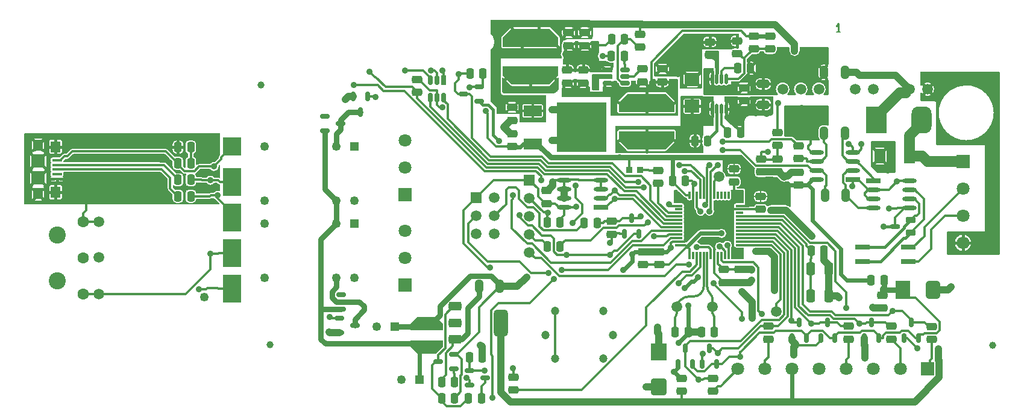
<source format=gbr>
*
G04 Job   : X:\MG\projects\L02-0101\PCB\L02-0101.pcb*
G04 User  : DESKTOP-LPE9H33:User*
G04 Layer : L02-0101_04_L1.gbr*
G04 Date  : Tue Mar 14 15:44:52 2017*
%ICAS*%
%MOIN*%
%FSLAX24Y24*%
%OFA0.0000B0.0000*%
G90*
G74*
%AMVB_RECTANGLE*
21,1,$1,$2,0,0,$3*
%
%AMVB_RCRECTANGLE*
$3=$3X2*
21,1,$1-$3,$2,0,0,0*
21,1,$1,$2-$3,0,0,0*
$1=$1/2*
$2=$2/2*
$3=$3/2*
$1=$1-$3*
$2=$2-$3*
1,1,$3X2,0-$1,0-$2*
1,1,$3X2,0-$1,$2*
1,1,$3X2,$1,$2*
1,1,$3X2,$1,0-$2*
%
%AMVB_Custom_sdr0805_pad*
4,1,6,-0.0512,-0.1535,0.0000,-0.1535,0.0512,-0.1024,0.0512,0.1024,0.0000,0.1535,-0.0512,0.1535,-0.0512,-0.1535,$1*
%
%AMVB_Custom_sdr0403_pad*
4,1,6,-0.0354,-0.0886,0.0000,-0.0886,0.0354,-0.0531,0.0354,0.0531,0.0000,0.0886,-0.0354,0.0886,-0.0354,-0.0886,$1*
%
%ADD16C,0.00591*%
%ADD14C,0.00787*%
%ADD15C,0.01181*%
%ADD13C,0.01575*%
%ADD19C,0.01772*%
%ADD17C,0.02362*%
%ADD18C,0.03150*%
%ADD70C,0.03543*%
%ADD10C,0.03937*%
%ADD68C,0.04724*%
%ADD11C,0.04921*%
%ADD12C,0.05906*%
%ADD26C,0.06299*%
%ADD42C,0.07087*%
%ADD25C,0.09449*%
%ADD53O,0.01772X0.05906*%
%ADD34O,0.07874X0.02362*%
%ADD37VB_RECTANGLE,0.03543X0.03543X270.00000*%
%ADD45VB_RECTANGLE,0.04921X0.04921X180.00000*%
%ADD44VB_RECTANGLE,0.05906X0.05906X270.00000*%
%ADD41VB_RECTANGLE,0.07087X0.07087X90.00000*%
%ADD21VB_RECTANGLE,0.07480X0.07480X270.00000*%
%ADD20VB_RECTANGLE,0.09843X0.09843X90.00000*%
%ADD67VB_RECTANGLE,0.27559X0.27559X270.00000*%
%ADD38VB_RECTANGLE,0.04331X0.01181X90.00000*%
%ADD22VB_RECTANGLE,0.05118X0.05906X0.00000*%
%ADD65VB_RECTANGLE,0.05315X0.02362X0.00000*%
%ADD72VB_RECTANGLE,0.05315X0.02362X270.00000*%
%ADD54VB_RECTANGLE,0.05906X0.01772X90.00000*%
%ADD24VB_RECTANGLE,0.06299X0.05512X270.00000*%
%ADD35VB_RECTANGLE,0.07874X0.02362X180.00000*%
%ADD50VB_RECTANGLE,0.07874X0.02756X180.00000*%
%ADD63VB_RECTANGLE,0.07874X0.06299X270.00000*%
%ADD51VB_RECTANGLE,0.07874X0.07087X180.00000*%
%ADD58VB_RECTANGLE,0.09252X0.08858X270.00000*%
%ADD66VB_RECTANGLE,0.09843X0.05906X0.00000*%
%ADD56VB_RECTANGLE,0.09843X0.07874X90.00000*%
%ADD62VB_RECTANGLE,0.14961X0.11024X90.00000*%
%ADD71VB_RECTANGLE,0.15354X0.09843X90.00000*%
%ADD46VB_Custom_sdr0403_pad,90.00000*%
%ADD47VB_Custom_sdr0403_pad,270.00000*%
%ADD31VB_Custom_sdr0805_pad,90.00000*%
%ADD30VB_Custom_sdr0805_pad,270.00000*%
%ADD36VB_RCRECTANGLE,0.03543X0.03543X0.00787*%
%ADD40VB_RCRECTANGLE,0.04331X0.01181X0.00394*%
%ADD39VB_RCRECTANGLE,0.01181X0.04331X0.00394*%
%ADD27VB_RCRECTANGLE,0.05276X0.02362X0.00787*%
%ADD29VB_RCRECTANGLE,0.02362X0.05276X0.00787*%
%ADD23VB_RCRECTANGLE,0.05512X0.01575X0.00394*%
%ADD49VB_RCRECTANGLE,0.05512X0.02362X0.00787*%
%ADD48VB_RCRECTANGLE,0.05512X0.03346X0.00787*%
%ADD28VB_RCRECTANGLE,0.05709X0.04331X0.01181*%
%ADD73VB_RCRECTANGLE,0.04331X0.05709X0.01181*%
%ADD33VB_RCRECTANGLE,0.07087X0.04724X0.01575*%
%ADD43VB_RCRECTANGLE,0.04724X0.07087X0.01575*%
%ADD60VB_RCRECTANGLE,0.07087X0.04921X0.01181*%
%ADD32VB_RCRECTANGLE,0.04921X0.07087X0.01181*%
%ADD64VB_RCRECTANGLE,0.06299X0.07874X0.01181*%
%ADD52VB_RCRECTANGLE,0.07874X0.07087X0.01181*%
%ADD57VB_RCRECTANGLE,0.08858X0.09252X0.01575*%
%ADD55VB_RCRECTANGLE,0.07874X0.09843X0.01575*%
%ADD59VB_RCRECTANGLE,0.07874X0.14961X0.01969*%
%ADD61VB_RCRECTANGLE,0.11024X0.14961X0.03937*%
G01*
G36*
X-33386Y4341D02*
G02X-33356Y4370I30D01*
G01X-33081*
Y2470*
G03X-33035Y2399I79*
G02X-33018Y2372I12J27*
X-33035Y2345I29*
G03X-33081Y2274I33J71*
G01Y1526*
G03X-33002Y1447I79*
G01X-32946*
G02X-32917Y1417J30*
X-32929Y1393I29*
G03X-32963Y1329I45J64*
G01Y738*
G03X-32884Y659I79*
G01X-32372*
G03X-32293Y738J79*
G01Y1329*
G03X-32327Y1393I79*
G02X-32339Y1417I17J24*
X-32310Y1447I29*
G01X-32254*
G03X-32175Y1526J79*
G01Y2274*
G03X-32221Y2345I79*
G02X-32238Y2372I12J27*
X-32221Y2399I29*
G03X-32175Y2470I33J71*
G01Y3219*
G03X-32254Y3297I79*
G01X-32310*
G02X-32339Y3327J30*
X-32327Y3351I29*
G03X-32293Y3415I45J64*
G01Y4006*
G03X-32372Y4085I79*
G01X-32884*
G03X-32963Y4006J79*
G01Y3415*
G03X-32929Y3351I79*
G02X-32917Y3327I17J24*
X-32946Y3297I29*
G01X-33002*
G03X-33081Y3219J78*
G01Y4370*
X-32018*
Y797*
G03X-31939Y719I79*
G01X-31388*
G03X-31309Y797J78*
G01Y1427*
G03X-31388Y1506I79*
G01X-31939*
G03X-32018Y1427J79*
G01Y3317*
G03X-31939Y3238I79*
G01X-31388*
G03X-31309Y3317J79*
G01Y3947*
G03X-31388Y4026I79*
G01X-31939*
G03X-32018Y3947J79*
G01Y4370*
X-25187*
Y3445*
G03X-24990Y3248I197*
G01X-24793*
G03X-24596Y3445J197*
G01Y3780*
G03X-24793Y3976I197*
G01X-24990*
G03X-25187Y3780J196*
G01Y4370*
X-22589*
G02X-22559Y4341J29*
G01Y3203*
G02X-22568Y3182I30*
G01X-22593Y3157*
G03X-22633Y3060I98J97*
G01Y3005*
G02X-22642Y2985I29*
G01X-22827Y2799*
G02X-22848Y2790I21J20*
X-22853J29*
G03X-22894Y2794I41J252*
X-23101Y2688J256*
G02X-23125Y2675I24J17*
G01X-23724*
G03X-23822Y2635J137*
G01X-23837Y2620*
G02X-23858Y2611I21J20*
X-23888Y2640J29*
G01Y2874*
G03X-24025Y3062I197*
G02X-24045Y3090I9J28*
G01Y3229*
G02X-24025Y3257I29*
G03X-23888Y3445I60J188*
G01Y3780*
G03X-24085Y3976I197*
G01X-24281*
G03X-24478Y3780J196*
G01Y3445*
G03X-24341Y3257I197*
G02X-24321Y3229I9J28*
G01Y3090*
G02X-24341Y3062I29*
G03X-24478Y2874I60J188*
G01Y2539*
G03X-24472Y2491I197*
G02X-24471Y2484I29J7*
X-24501Y2454I30*
X-24522Y2463J30*
G01X-24588Y2529*
G02X-24596Y2550I21J21*
G01Y2874*
G03X-24793Y3071I197*
G01X-24990*
G03X-25036Y3066J197*
G02X-25043Y3065I7J28*
X-25064Y3073J29*
G01X-25105Y3115*
G03X-25128Y3134I98J97*
G02X-25133Y3138I16J24*
G01X-25470Y3474*
G03X-25567Y3514I97J97*
G01X-30738*
G03X-30835Y3474J137*
G01X-31062Y3247*
G02X-31083Y3238I21J21*
G01X-31171*
G03X-31269Y3198J138*
G01X-31417Y3050*
G02X-31437Y3041I20J21*
G01X-31821*
G03X-31939Y2923J118*
G01Y2844*
G03X-31915Y2774I118*
G02X-31909Y2756I24J18*
X-31915Y2738I30*
G03X-31939Y2667I94J71*
G01Y2589*
G03X-31915Y2518I118*
G02X-31909Y2500I24J18*
X-31915Y2482I30*
G03X-31939Y2411I94J71*
G01Y2333*
G03X-31915Y2262I118*
G02X-31909Y2244I24J18*
X-31915Y2226I30*
G03X-31939Y2156I94J70*
G01Y2077*
G03X-31915Y2006I118*
G02X-31909Y1988I24J18*
X-31915Y1970I30*
G03X-31939Y1900I94J70*
G01Y1821*
G03X-31821Y1703I118*
G01X-31348*
G03X-31230Y1821J118*
G01Y1900*
G03X-31254Y1970I118*
G02X-31260Y1988I24J18*
X-31254Y2006I30*
G03X-31230Y2077I94J71*
G01Y2156*
G03X-31237Y2195I118*
G02X-31239Y2205I28J10*
X-31209Y2234I30*
G01X-25857*
G02X-25836Y2226J29*
G01X-25467Y1857*
G02X-25458Y1836I21J21*
G01Y1324*
G03X-25418Y1227I137*
G01X-25196Y1005*
G02X-25187Y984I21J21*
G01Y728*
G03X-24990Y531I197*
G01X-24793*
G03X-24596Y728J197*
G01Y1063*
G03X-24793Y1260I197*
G01X-24990*
G03X-25036Y1254J197*
G02X-25043I7J29*
X-25064Y1262J29*
G01X-25174Y1373*
G02X-25183Y1394I21J21*
G01Y1477*
G02X-25153Y1506I30*
X-25132Y1497J29*
G03X-24990Y1437I142J137*
G01X-24793*
G03X-24596Y1634J197*
G01Y1969*
G03X-24793Y2165I197*
G01X-24990*
G02X-25011Y2174J30*
G01X-25563Y2725*
G03X-25660Y2766I97J97*
G01X-31209*
G02X-31239Y2795J29*
X-31237Y2805I30*
G03X-31231Y2836I111J39*
G02X-31222Y2855I30J2*
G01X-31123Y2954*
G02X-31102Y2963I21J21*
G01X-31014*
G03X-30916Y3003J137*
G01X-30689Y3230*
G02X-30668Y3239I21J21*
G01X-25636*
G02X-25615Y3230J30*
G01X-25306Y2920*
G03X-25283Y2902I98J98*
G02X-25278Y2898I16J25*
G01X-25196Y2816*
G02X-25187Y2795I21J21*
G01Y2539*
G03X-24990Y2343I197*
G01X-24804*
G02X-24783Y2334J30*
G01X-24635Y2186*
G03X-24537Y2146I98J97*
G01X-24453*
G02X-24424Y2116J30*
X-24431Y2097I29*
G03X-24478Y1969I150J128*
G01Y1634*
G03X-24281Y1437I197*
G01X-24085*
G03X-23888Y1634J197*
G02X-23858Y1663I30*
G01X-23656*
G02X-23641Y1659J29*
G03X-23571Y1640I70J119*
G01X-23331*
G02X-23307Y1628J29*
G03X-23100Y1522I207J150*
X-22893Y1628J256*
G02X-22869Y1640I24J17*
G01X-22739*
G02X-22718Y1632J29*
G01X-22670Y1584*
G03X-22586Y1544I98J97*
G02X-22559Y1515I3J29*
G01Y1195*
G02X-22589Y1166I30*
X-22600Y1168J29*
G03X-22702Y1189I102J235*
X-22909Y1083J256*
G02X-22933Y1071I24J17*
G01X-23082*
G03X-23169Y1040J138*
G02X-23187Y1033I18J23*
G01X-23858*
G02X-23888Y1063J30*
G03X-24085Y1260I197*
G01X-24281*
G03X-24478Y1063J197*
G01Y728*
G03X-24281Y531I197*
G01X-24085*
G03X-23888Y728J197*
G02X-23858Y758I30*
G01X-23119*
G03X-23032Y789J138*
G02X-23014Y795I18J23*
G01X-22933*
G02X-22909Y783J29*
G03X-22820Y706I207J150*
G02X-22813Y701I14J26*
G01X-22596Y483*
G02X-22587Y463I21J20*
X-22617Y433I30*
G01X-33356*
G02X-33386Y463J30*
G01Y4341*
X-22559Y2606D02*
G03X-22589Y2636I30D01*
X-22609Y2627J30*
G01X-22633Y2604*
G03X-22641Y2583I21J21*
Y2578I29*
G02X-22638Y2538I253J40*
X-22894Y2282I256*
X-23101Y2388J256*
G03X-23125Y2400I24J18*
G01X-23655*
G03X-23676Y2391J30*
G01X-23881Y2186*
G02X-23932Y2154I98J97*
G03X-23952Y2126I10J28*
X-23943Y2105I30*
G02X-23888Y1969I142J136*
G03X-23858Y1939I30*
G01X-23594*
G02X-23524Y1920J138*
G03X-23509Y1916I15J26*
G01X-23331*
G03X-23307Y1928J30*
G02X-23100Y2034I207J150*
X-22893Y1928J256*
G03X-22869Y1916I24J18*
G01X-22669*
G02X-22603Y1899J138*
G03X-22589Y1895I14J26*
X-22559Y1925J30*
G01Y2606*
X-7618Y10620D02*
G02X-7589Y10650I29D01*
G01X-7085*
G02X-7055Y10620J30*
G01X-7047Y6643*
G03X-6880Y6476I167J1*
G01X-6781*
Y5709*
G03X-6585Y5512I196*
G01X-6250*
G03X-6053Y5709J197*
G01Y5906*
G03X-6250Y6102I197*
G01X-6585*
G03X-6781Y5906J196*
G01Y6476*
X-5846*
Y5315*
G03X-5768Y5236I78*
G01X-4783*
G03X-4705Y5315J79*
G01Y5906*
G03X-4783Y5984I78*
G01X-5768*
G03X-5846Y5906J78*
G01Y6476*
X-4557*
G02X-4528Y6447J29*
G01Y5010*
G02X-4557Y4980I29*
G01X-5974*
G02X-6004Y5010J30*
G01Y5433*
X-7234*
G02X-7264Y5463J30*
G01Y5791*
X-7610Y6149*
G02X-7618Y6169I21J20*
G01Y8968*
G02X-7604Y8994I29*
G03X-7417Y9331I211J337*
G01Y9528*
G03X-7604Y9865I398*
G02X-7618Y9890I15J25*
G01Y10620*
X-7085D02*
G02X-7055Y10650I30D01*
G01X-7008*
Y9154*
G03X-6929Y9075I79*
G01X-3858*
G03X-3780Y9154J79*
G01Y9665*
G03X-3803Y9721I78*
G01X-4314Y10233*
G03X-4370Y10256I56J56*
G01X-6417*
G03X-6473Y10233J79*
G01X-6985Y9721*
G03X-7008Y9665I56J56*
G01Y10650*
X-3652*
Y9843*
G03X-3455Y9646I197*
G01X-3120*
G03X-2923Y9843J197*
G01Y10039*
G03X-3120Y10236I197*
G01X-3455*
G03X-3652Y10039J197*
G01Y10650*
X-2766*
Y9843*
G03X-2569Y9646I197*
G01X-2234*
G03X-2037Y9843J197*
G01Y10039*
G03X-2234Y10236I197*
G01X-2569*
G03X-2766Y10039J197*
G01Y10650*
X-2150*
G02X-1949Y10448J202*
G01Y9734*
G02X-2115Y9567I166*
G01X-3393*
G03X-3661Y9298J269*
G01Y8911*
G02X-3667Y8893I30*
G03X-3720Y8737I203J156*
X-3667Y8582I256*
G02X-3661Y8564I24J18*
G01Y8533*
G02X-3691Y8504I30*
G01X-7051*
G02X-7080Y8533J29*
G01X-7085Y10620*
X-3819Y7435D02*
G03X-3848Y7465I29D01*
X-3869Y7456J30*
G01X-4314Y7011*
G02X-4370Y6988I56J56*
G01X-6417*
G02X-6473Y7011J79*
G01X-6918Y7456*
G03X-6939Y7465I21J21*
X-6969Y7435J30*
G01Y6811*
X-6968Y6695*
G03Y6693I29*
X-6842Y6575I126J9*
G01X-4188*
G03X-3819Y6944J369*
G01Y7435*
X-3661Y6863D02*
G02X-3632Y6893I29D01*
X-3619Y6890J30*
G03X-3533Y6870I86J177*
G01X-3199*
G03X-3002Y7067J197*
G01Y7264*
G03X-3018Y7341I197*
G02X-3020Y7352I28J11*
X-2990Y7382I30*
G01X-2856*
G02X-2826Y7352J30*
X-2829Y7341I30*
G03X-2844Y7264I181J77*
G01Y7067*
G03X-2648Y6870I196*
G01X-2313*
G03X-2159Y6944J197*
G02X-2136Y6956I23J18*
X-2106Y6926J30*
G01Y6673*
X-1398*
Y6927*
G02X-1368Y6957I30*
X-1360Y6955J30*
G03X-1315Y6949I45J151*
G01X-945*
G03X-787Y7106J157*
G01Y7185*
G03X-798Y7243I158*
G02X-801Y7254I27J11*
X-771Y7283I30*
G01X-676*
G02X-655Y7275J29*
G01X-591Y7210*
Y5551*
G03X-512Y5472I79*
G01X2559*
G03X2638Y5551J79*
G01Y6063*
G03X2615Y6119I79*
G01X2103Y6630*
G03X2047Y6654I56J55*
G01X0*
G03X-56Y6630J79*
G01X-567Y6119*
G03X-591Y6063I55J56*
G01Y7210*
X-520Y7140*
G02X-512Y7119I21J21*
G01Y7106*
G03X-354Y6949I158*
G01X16*
G03X173Y7106J157*
G01Y7185*
G03X162Y7243I157*
G02X160Y7254I28J11*
X190Y7283I30*
G01X413*
G02X443Y7254J29*
G01Y7126*
G03X640Y6929I197*
G01X974*
G03X1171Y7126J197*
G01Y7254*
G02X1201Y7283I30*
G01X1270*
G02X1299Y7254J29*
G01Y6831*
X1339*
Y7352*
G02X1368Y7382I29*
G01X1498*
G02X1528Y7352J30*
X1527Y7349I30*
G03X1526Y7323I195J26*
G01Y7126*
G03X1722Y6929I196*
G01X2057*
G03X2254Y7126J197*
G01Y7323*
G03X2252Y7349I197*
G02Y7352I30J3*
X2282Y7382I30*
G01X2726*
G02X2756Y7352J30*
G01Y5364*
G02X2726Y5335I30*
G01X-935*
G02X-965Y5364J29*
G01Y6378*
X-3632*
G02X-3661Y6407J29*
G01Y6863*
X-866Y7608D02*
G03X-896Y7638I30D01*
G01X-1959*
G03X-1988Y7608J30*
G01Y6781*
G03X-1959Y6752I29*
G01X-1624*
G03X-1594Y6781J29*
G01Y7382*
X-896*
G03X-866Y7411J29*
G01Y7608*
X-807Y8268D02*
G03X-837Y8297I30D01*
G01X-1024*
G02X-1165Y8357J197*
G03X-1186Y8366I21J20*
G01X-1614*
Y8488*
G03X-1620Y8506I30*
G02X-1673Y8661I203J155*
X-1620Y8817I256*
G03X-1614Y8835I24J18*
G01Y9439*
G03X-1644Y9469I30*
G01X-2035*
G03X-2065Y9439J30*
X-2061Y9425I30*
G02X-2037Y9331I173J94*
G01Y9134*
G02X-2234Y8937I197*
G01X-2569*
G02X-2766Y9134J197*
G01Y9331*
G02X-2742Y9425I197*
G03X-2738Y9439I26J14*
X-2768Y9469I30*
G01X-2921*
G03X-2951Y9439J30*
X-2947Y9425I30*
G02X-2923Y9331I173J94*
G01Y9134*
G02X-3120Y8937I197*
G01X-3455*
G02X-3540Y8957J197*
G03X-3553Y8960I13J27*
X-3583Y8930J30*
G01Y8504*
G02X-3597Y8459I78*
G03X-3602Y8442I24J17*
G01Y8195*
G03X-3573Y8166I29*
X-3568J29*
G02X-3533Y8169I35J194*
G01X-3199*
G02X-3002Y7972J197*
G01Y7785*
G03X-2972Y7756I30*
G01X-2874*
G03X-2844Y7785J29*
G01Y7972*
G02X-2648Y8169I196*
G01X-2313*
G02X-2116Y7972J197*
G01Y7785*
G03X-2087Y7756I29*
G01X-1504*
G03X-1474Y7785J29*
G01Y8012*
G02X-1396Y8091I78*
G01X-864*
G02X-844Y8088J79*
G03X-837Y8087I7J29*
X-807Y8117J30*
G01Y8268*
X-709Y4754D02*
G02X-679Y4783I30D01*
G01X-591*
Y3976*
G03X-567Y3921I79*
G01X-56Y3409*
G03X0Y3386I56J56*
G01X2047*
G03X2103Y3409J79*
G01X2615Y3921*
G03X2638Y3976I56J55*
G01Y4488*
G03X2559Y4567I79*
G01X-512*
G03X-591Y4488J79*
G01Y4783*
X2913*
Y6407*
G02X2943Y6437I30*
G01X3071*
Y5512*
G03X3150Y5433I79*
G01X3406*
Y3789*
G03X3602Y3593I196*
G01X3799*
G03X3996Y3789J196*
G01Y4124*
G03X3799Y4321I197*
G01X3602*
G03X3406Y4124J197*
G01Y5433*
X3937*
G03X4016Y5512J79*
G01Y6220*
G03X3937Y6299I79*
G01X3150*
G03X3071Y6220J79*
G01Y6437*
X4111*
G02X4128Y6432J30*
G03X4173Y6417I45J64*
G01X4715*
G02X4744Y6388J29*
G01Y6132*
G02X4715Y6102I29*
G01X4567*
G03X4488Y6024J78*
G01Y5433*
G03X4567Y5354I79*
G01X4715*
G02X4744Y5325J29*
G01Y4814*
G02X4715Y4784I29*
G01X4154*
Y4252*
G02X4148Y4235I30*
G03X4114Y4124I163J111*
G01Y3789*
G03X4148Y3678I197*
G02X4154Y3662I24J16*
G01Y3304*
G02X4124Y3274I30*
G01X82*
G03X64Y3273J236*
G02X62I2J30*
X60J30*
G03X42Y3274I18J235*
G01X-355*
G02X-366Y3276J30*
G03X-459Y3294I93J238*
X-553Y3276J256*
G02X-563Y3274I10J28*
G01X-679*
G02X-709Y3304J30*
G01Y4754*
X1437Y8236D02*
G02X1446Y8257I30D01*
G01X1526Y8337*
Y7835*
G03X1722Y7638I196*
G01X2057*
G03X2254Y7835J197*
G01Y8031*
G03X2057Y8228I197*
G01X1722*
G03X1526Y8031J197*
G01Y8337*
X3071Y9882*
Y7126*
G03X3268Y6929I197*
G01X3819*
G03X4016Y7126J197*
G01Y7598*
G03X3819Y7795I197*
G01X3268*
G03X3071Y7598J197*
G01Y9882*
X3079Y9890*
G02X3100Y9898I21J21*
G01X4163*
Y9331*
G03X4360Y9134I197*
G01X4695*
G03X4892Y9331J197*
G01Y9528*
G03X4695Y9724I197*
G01X4360*
G03X4163Y9528J196*
G01Y9898*
X6112*
G02X6142Y9869J29*
G01Y9813*
G02X6112Y9783I30*
G01X5876*
G03X5679Y9587J196*
G01Y9390*
G03X5876Y9193I197*
G01X6112*
G02X6142Y9163J30*
G01Y9104*
G02X6112Y9075I30*
G01X5876*
G03X5743Y9023J197*
G02X5724Y9016I19J22*
G01X4094*
Y6880*
G02X4065Y6850I29*
G01X2884*
G02X2854Y6880J30*
G01Y7520*
X1467*
G02X1437Y7549J29*
G01Y8236*
X4173Y7943D02*
G02X4203Y7972I30D01*
G01X4715*
G02X4744Y7943J29*
G01Y7776*
G02X4715Y7747I29*
X4706Y7748J29*
G03X4656Y7756I50J159*
X4488Y7589J167*
G01Y7175*
G03X4656Y7008I168*
X4764Y7048J167*
G02X4783Y7055I19J22*
X4803Y7048J29*
G03X4911Y7008I108J127*
X5020Y7048J167*
G02X5039Y7055I19J22*
X5059Y7048J29*
G03X5167Y7008I108J127*
X5276Y7048J167*
G02X5295Y7055I19J22*
X5314Y7048J29*
G03X5423Y7008I109J127*
X5557Y7075J167*
G02X5581Y7087I24J18*
G01X5689*
Y7215*
G02X5719Y7244I30*
G01X6053*
Y6791*
G03X6250Y6594I197*
G01X6585*
G03X6781Y6791J197*
G01Y6988*
G03X6585Y7185I196*
G01X6250*
G03X6053Y6988J197*
G01Y7244*
X6100*
G03X6198Y7284J138*
G01X6515Y7602*
G03X6534Y7626I98J97*
G02X6559Y7639I25J16*
X6574Y7635J29*
G03X6673Y7608I99J170*
G01X6870*
G03X7047Y7719J197*
G01Y7028*
G03X7283Y6791I236*
G01X7677*
G03X7913Y7028J237*
G01Y7185*
G03X7677Y7421I236*
G01X7283*
G03X7047Y7185J236*
G01Y7719*
G03X7067Y7805I177J86*
G01Y8140*
G03X6870Y8337I197*
G01X6673*
G03X6596Y8321J197*
G02X6585Y8319I11J27*
X6555Y8348J29*
G01Y8457*
G02X6564Y8477I30*
G01X6716Y8630*
G02X6719Y8632I21J21*
G03X6734Y8645I83J110*
G01X6840Y8751*
G02X6861Y8760I21J21*
G01X7116*
G03X7304Y8897J197*
G02X7332Y8917I28J9*
G01X7471*
G02X7499Y8897J29*
G03X7687Y8760I188J60*
G01X8022*
G03X8219Y8957J197*
G01Y9104*
G02X8248Y9134I29*
G01X8902*
G02X8932Y9104J30*
G01Y8924*
G03X9207Y8648I275*
X9483Y8924J276*
G01Y9104*
G02X9513Y9134I30*
G01X11053*
G02X11083Y9104J30*
G01Y8170*
G02X11053Y8140I30*
X11039Y8144J30*
G03X10925Y8173I114J207*
G01X10768*
G03X10531Y7937J236*
G01Y7543*
G03X10768Y7307I237*
G01X10925*
G03X11039Y7336J236*
G02X11053Y7340I14J26*
X11083Y7310J30*
G01Y6526*
G02X11053Y6496I30*
G01X10832*
G02X10803Y6526J30*
X10812Y6547I29*
G03X10925Y6815I261J268*
X10551Y7189I374*
X10177Y6815J374*
X10290Y6547I374*
G02X10299Y6526I20J21*
X10270Y6496I29*
G01X9832*
G02X9803Y6526J30*
X9812Y6547I29*
G03X9925Y6815I261J268*
X9551Y7189I374*
X9177Y6815J374*
X9290Y6547I374*
G02X9299Y6526I20J21*
X9270Y6496I29*
G01X8832*
G02X8803Y6526J30*
X8812Y6547I29*
G03X8925Y6815I261J268*
X8551Y7189I374*
X8177Y6815J374*
X8290Y6547I374*
G02X8299Y6526I20J21*
X8270Y6496I29*
G01X4203*
G02X4173Y6526J30*
G01Y7943*
X5020Y8907D02*
G03X4990Y8937I30D01*
G01X4328*
G03X4313Y8933J30*
X4232Y8790I86J143*
G01Y8650*
G03X4397Y8485I166*
G01X4617Y8484*
G02X4761Y8417J186*
G01X4774Y8401*
G02X4803Y8321I96J80*
G01Y8035*
G03X4809Y8018I30*
G02X4823Y7972I65J46*
G01Y7195*
G03X4852Y7165I29*
G01X4970*
G03X5000Y7195J30*
G01Y7589*
G02X5017Y7662I167*
G03X5020Y7674I27J12*
G01Y8907*
X5236Y3159D02*
G02X5266Y3189I30D01*
G01X5502*
Y2303*
G03X5699Y2106I197*
G01X6033*
G03X6230Y2303J197*
G01Y2500*
G03X6033Y2697I197*
G01X5699*
G03X5502Y2500J197*
G01Y3189*
X6254*
G02X6274Y3180J30*
G01X6954Y2501*
G03X6969Y2488I97J97*
G01Y778*
G03X7165Y581I196*
G01X7500*
G03X7697Y778J197*
G01Y974*
G03X7500Y1171I197*
G01X7165*
G03X6969Y974J197*
G01Y2488*
G03X7002Y2470I82J110*
G02X7021Y2442I10J28*
X7018Y2429I29*
G03X6998Y2343I177J86*
G01Y2146*
G03X7195Y1949I197*
G01X7530*
G03X7610Y1966J197*
G02X7622Y1969I12J27*
G01X8008*
G02X8020Y1966J30*
G03X8100Y1949I80J180*
G01X8230*
G02X8251Y1940J30*
G01X8421Y1770*
G03X8616Y1689I195J195*
G01X8634*
G03X8768Y1724J276*
G02X8782Y1727I14J26*
G01X8825*
G03X8838Y1728J276*
G01X8840*
G02X8858Y1722J30*
G01X8985Y1623*
G02X8996Y1600I18J23*
G01Y325*
G02X8967Y295I29*
G01X8956*
G02X8935Y304J30*
G01X8920Y319*
G03X8725Y400I195J195*
G01X7894*
G03X7723Y340J276*
G02X7704Y333I19J23*
X7678Y350J30*
G03X7500Y463I178J84*
G01X7165*
G03X6978Y326J197*
G02X6950Y305I28J9*
G01X6506*
G02X6476Y335J30*
G01Y1240*
G03X6398Y1319I78*
G01X6033*
G02X6004Y1348J29*
G01Y1368*
G02X6033Y1398I29*
G03X6230Y1594J196*
G01Y1791*
G03X6033Y1988I197*
G01X5420*
G02X5391Y2014J30*
G03X5248Y2265I371J45*
G02X5236Y2288I18J23*
G01Y3159*
X5335Y6342D02*
G02X5348Y6401I134D01*
X5375Y6417I27J13*
G01X6051*
G02X6081Y6388J29*
X6077Y6374I30*
G03X6053Y6280I173J94*
G01Y6083*
G03X6250Y5886I197*
G01X6585*
G03X6781Y6083J197*
G01Y6280*
G03X6758Y6374I196*
G02X6754Y6388I25J14*
X6783Y6417I29*
G01X7047*
Y5886*
G03X7283Y5650I236*
G01X7677*
G03X7913Y5886J236*
G01Y6043*
G03X7677Y6280I236*
G01X7283*
G03X7047Y6043J237*
G01Y6417*
X7991*
G02X8018Y6401J29*
X8031Y6342I121J59*
G01Y5489*
G02X7897Y5354I134*
G01X6770*
G03X6437Y5021J333*
G01Y4805*
G02X6407Y4775I30*
X6396Y4778J30*
G03X6319Y4793I77J182*
G01X6122*
G03X5943Y4678J197*
G02X5916Y4661I27J12*
X5896Y4669J29*
G01X5344Y5188*
G02X5335Y5210I20J22*
G01Y5334*
G02X5364Y5363I29*
X5373Y5362J29*
G03X5423Y5354I50J160*
X5591Y5522J168*
G01Y5935*
G03X5423Y6102I168*
X5373Y6095J167*
G02X5364Y6093I9J28*
X5335Y6123J30*
G01Y6342*
X6398Y1211D02*
G03X6368Y1240I30D01*
G01X5706*
G03X5676Y1211J29*
X5681Y1195I30*
G02X5699Y1132I100J63*
G01Y778*
G02X5581Y659I118*
G01X5541*
G02X5478Y678J119*
G03X5463Y682I15J25*
X5447Y678J29*
G02X5384Y659I63J100*
G01X5344*
G02X5281Y678J119*
G03X5266Y682I15J25*
X5250Y678J29*
G02X5187Y659I63J100*
G01X5148*
G02X5085Y678J119*
G03X5069Y682I16J25*
X5053Y678J29*
G02X4990Y659I63J100*
G01X4951*
G02X4888Y678J119*
G03X4872Y682I16J25*
X4856Y678J29*
G02X4793Y659I63J100*
G01X4754*
G02X4746Y660J119*
G01X4744*
G03X4715Y630J30*
G01Y233*
G03X4720Y215I29*
G02X4769Y65I207J150*
X4513Y-191I256*
X4288Y-57J256*
G03X4262Y-42I26J14*
X4236Y-58J29*
G02X4008Y-198I228J116*
X3752Y58J256*
X3755Y99I256*
G03X3756Y103I29J4*
X3747Y124I30*
G01X3692Y180*
G02X3652Y277I97J97*
G01Y630*
G03X3622Y660I30*
G01X3620*
G02X3612Y659I8J118*
G01X3573*
G02X3510Y678J119*
G03X3494Y682I16J25*
X3478Y678J29*
G02X3415Y659I63J100*
G01X3376*
G02X3258Y778J119*
G01Y787*
G03X3228Y817I30*
G01X3189*
G02X3092Y857J138*
G01X2717Y1232*
G03X2696Y1240I21J21*
G01X2569*
G03X2539Y1211J29*
G01Y531*
G03X2569Y502I30*
G01X2982*
G02X3100Y384J118*
G01Y344*
G02X3082Y281I118*
G03X3078Y266I25J15*
X3082Y250I29*
G02X3100Y187I100J63*
G01Y148*
G02X3082Y85I118*
G03X3078Y69I25J16*
X3082Y53I29*
G02X3100Y-10I100J63*
G01Y-49*
G02X3082Y-112I118*
G03X3078Y-128I25J16*
X3082Y-144I29*
G02X3100Y-207I100J63*
G01Y-246*
G02X3082Y-309I118*
G03X3078Y-325I25J16*
X3082Y-341I29*
G02X3100Y-404I100J63*
G01Y-443*
G02X3082Y-506I118*
G03X3078Y-522I25J16*
X3082Y-537I29*
G02X3100Y-600I100J63*
G01Y-640*
G02X3082Y-703I118*
G03X3078Y-719I25J16*
X3082Y-734I29*
G02X3100Y-797I100J63*
G01Y-837*
G02X3082Y-900I118*
G03X3078Y-915I25J15*
X3082Y-931I29*
G02X3100Y-994I100J63*
G01Y-1033*
G02X3082Y-1096I118*
G03X3078Y-1112I25J16*
X3082Y-1128I29*
G02X3100Y-1191I100J63*
G01Y-1230*
G02X3082Y-1293I118*
G03X3078Y-1309I25J16*
X3082Y-1325I29*
G02X3100Y-1388I100J63*
G01Y-1427*
G02X3082Y-1490I118*
G03X3078Y-1506I25J16*
X3082Y-1522I29*
G02X3100Y-1585I100J63*
G01Y-1624*
G02Y-1632I118*
G01Y-1634*
G03X3130Y-1663I30*
G01X3168*
G02X3199Y-1667J138*
G03X3206Y-1668I7J29*
X3227Y-1659J30*
G01X3864Y-1022*
G02X4003Y-964I139J139*
G01X5004*
G03X5021Y-958J29*
G02X5177Y-905I156J203*
X5433Y-1161J256*
X5177Y-1417I256*
X5021Y-1364J256*
G03X5004Y-1358I17J23*
G01X4097*
G03X4076Y-1366J29*
G01X3829Y-1613*
G03X3821Y-1634I21J21*
X3845Y-1663I29*
G02X4002Y-1764I50J251*
G03X4026Y-1776I24J18*
G01X4453*
G02X4551Y-1816J138*
G01X4674Y-1940*
G02X4715Y-2037I97J97*
G01Y-2067*
G03X4744Y-2097I29*
G01X4746*
G02X4754Y-2096I8J118*
G01X4793*
G02X4831Y-2103J119*
G03X4840Y-2104I9J28*
X4870Y-2075J29*
X4863Y-2056I30*
G02X4806Y-1895I199J161*
X5062Y-1639I256*
X5223Y-1696J256*
G03X5241Y-1703I18J23*
X5267Y-1688J30*
G02X5488Y-1561I221J129*
X5744Y-1817J256*
X5703Y-1955I256*
G03X5699Y-1971I25J16*
G01Y-2569*
G03X5728Y-2598I29*
G01X6368*
G03X6398Y-2569J29*
G01Y-1969*
G03X6368Y-1939I30*
G01X5974*
G02X5856Y-1821J118*
G01Y-1781*
G02X5874Y-1719I118*
G03X5879Y-1703I24J16*
X5874Y-1687I29*
G02X5856Y-1624I100J63*
G01Y-1585*
G02X5874Y-1522I118*
G03X5879Y-1506I24J16*
X5874Y-1490I29*
G02X5856Y-1427I100J63*
G01Y-1388*
G02X5874Y-1325I118*
G03X5879Y-1309I24J16*
X5874Y-1293I29*
G02X5856Y-1230I100J63*
G01Y-1191*
G02X5874Y-1128I118*
G03X5879Y-1112I24J16*
X5874Y-1096I29*
G02X5856Y-1033I100J63*
G01Y-994*
G02X5874Y-931I118*
G03X5879Y-915I24J16*
X5874Y-900I29*
G02X5856Y-837I100J63*
G01Y-797*
G02X5874Y-734I118*
G03X5879Y-719I24J15*
X5874Y-703I29*
G02X5856Y-640I100J63*
G01Y-600*
G02X5874Y-537I118*
G03X5879Y-522I24J15*
X5874Y-506I29*
G02X5856Y-443I100J63*
G01Y-404*
G02X5874Y-341I118*
G03X5879Y-325I24J16*
X5874Y-309I29*
G02X5856Y-246I100J63*
G01Y-207*
G02X5874Y-144I118*
G03X5879Y-128I24J16*
X5874Y-112I29*
G02X5856Y-49I100J63*
G01Y-10*
G02X5874Y53I118*
G03X5879Y69I24J16*
X5874Y85I29*
G02X5856Y148I100J63*
G01Y187*
G02X5874Y250I118*
G03X5879Y266I24J16*
X5874Y281I29*
G02X5856Y344I100J63*
G01Y384*
G02X5974Y502I118*
G01X6368*
G03X6398Y531J29*
G01Y1211*
X11083Y5876D02*
G03X11053Y5906I30D01*
G01X8671*
G03X8642Y5876J30*
G01Y4222*
G03X8671Y4193I29*
G01X9041*
G02X9139Y4153J138*
G01X9306Y3985*
G03X9327Y3976I21J21*
G01X10579*
G03X10608Y4006J30*
X10600Y4027I29*
G02X10531Y4193I168J166*
G01Y4587*
G02X10768Y4823I237*
G01X10925*
G02X11039Y4794J236*
G03X11053Y4790I14J26*
X11083Y4820J30*
G01Y5876*
X13445Y3925D02*
G02X13454Y3946I29D01*
G01X13456Y3948*
G02X13477Y3957I21J21*
G01X13524*
Y2835*
G03X13720Y2638I196*
G01X14114*
G03X14311Y2835J197*
G01Y3386*
G03X14114Y3583I197*
G01X13720*
G03X13524Y3386J197*
G01Y3957*
X14754*
G02X14783Y3927J30*
G01Y2215*
G02X14754Y2185I29*
G01X13792*
G02X13771Y2194J30*
G01X13454Y2511*
G02X13445Y2532I20J21*
G01Y3925*
X17047Y6089D02*
G02X17067Y6133I59D01*
G03X17104Y6176I172J189*
G02X17153Y6201I49J34*
G01X17257*
G02X17317Y6142J59*
X17312Y6118I60*
G03X17185Y5512I1389J606*
X18701Y3996I1516*
X20217Y5512J1516*
X18701Y7028I1516*
X17791Y6724J1516*
G02X17756Y6713I35J48*
X17697Y6772J59*
G01Y7736*
G02X17756Y7795I59*
G01X20512*
G02X20571Y7736J59*
G01Y-2303*
G02X20512Y-2362I59*
G01X17677*
G02X17618Y-2303J59*
G01Y-1102*
G02X17677Y-1043I59*
G01X18071*
Y-1685*
G03X18524Y-2138I453*
X18976Y-1685J453*
X18524Y-1232I452*
X18071Y-1685J453*
G01Y-1043*
X19724*
X19739Y3701*
X17106*
G02X17047Y3760J59*
G01Y6089*
X17756Y7766D02*
G03X17726Y7795I30D01*
G01X16211*
G03X16181Y7766J29*
G01Y7033*
G03X16211Y7004I30*
X16236Y7018J29*
G02X16551Y7191I315J201*
X16925Y6817J374*
X16551Y6443I374*
X16236Y6616J374*
G03X16211Y6630I25J16*
X16181Y6600J30*
G01Y6171*
G03X16211Y6142I30*
G01X17303*
G03X17330Y6159J29*
G02X17745Y6688I1371J647*
G03X17756Y6711I19J23*
G01Y7766*
G37*
G54D10*
X-20315Y7047D03*
X-19803Y-7323D03*
X-15984Y-6654D02*
X-16512D01*
X-16534Y-6631*
X-15197Y6417D02*
X-15453D01*
X-15628Y6243*
X-8071Y-8031D02*
Y-7433D01*
X-8153Y-7351*
X-7087Y-4094D02*
X-6137D01*
X-5616Y-3573*
X-6866Y4719D02*
X-6855D01*
X-6486Y4350*
X-6417*
X-6866Y4719D02*
X-6871D01*
X-6417Y5098D02*
X-6486D01*
X-6866Y4719*
X-4184Y1674D02*
X-4160Y1651D01*
Y1480*
X-4439Y1201*
X-4508*
X-3524Y1276D02*
Y772D01*
X-2559Y4705D02*
X-3535Y5681D01*
X-4198*
X-2559Y4705D02*
X-3286Y3978D01*
X-4194*
X783Y10383D02*
X767Y10400D01*
X-1982*
X999Y-9646D02*
X1713D01*
X1642Y-6348D02*
Y-6662D01*
X1713Y-6733*
Y-7717*
X1722Y-2175D02*
X817D01*
X2971Y-10473D02*
X9063D01*
X2971D02*
X-6511D01*
X-7047Y-9937*
Y-6102*
X4065Y-6624D02*
X3317D01*
X6171Y-3868D02*
X6715D01*
X6829Y-3754*
X6171Y-3868D02*
X5285D01*
X6295Y-4385D02*
X6864Y-4954D01*
Y-5857*
X6843Y-3182D02*
X6820Y-3159D01*
X6171*
X7056Y-2160D02*
X7798D01*
X8096Y-2459*
Y-4316*
X7894Y124D02*
X8725D01*
X9087Y-238*
X8268Y2244D02*
X7362D01*
X8268D02*
X8337D01*
X8616Y1965*
X8634*
X8672Y2003*
X8825*
Y2027*
X9022Y2224*
X9445*
X9063Y-10473D02*
X15849D01*
X17193Y-9130*
Y-8193*
X17172Y-8172*
Y-7553*
X9087Y-238D02*
X9857Y-1008D01*
X10178Y-1328*
X9207Y8924D02*
Y9312D01*
X8136Y10383*
X783*
X9267Y-7350D02*
Y-7287D01*
X9075Y-7094*
Y-6949*
X9267Y-7350D02*
X9166Y-7451D01*
Y-7870*
X10827Y-2126D02*
Y-2648D01*
X11091Y-2912*
Y-3110*
Y-4606*
X11678Y-4728D02*
X11557Y-4606D01*
X11091*
X13071Y-6949D02*
Y-7350D01*
X13087Y-7366*
Y-8051*
X14075Y-5295D02*
X13564D01*
X13527Y-5258*
X15354Y6620D02*
X15551Y6817D01*
X14794Y7574*
X12784*
X12618Y7740*
X11988*
X17867Y-4107D02*
X17703Y-4272D01*
X16850*
X20157Y-7362D03*
G54D11*
X-23425Y-4685D03*
X-20098Y-3622D03*
Y-630D03*
Y650D03*
Y3642D03*
X-16122Y-3622D03*
Y-630D03*
Y650D03*
Y3642D03*
X-15138Y-3622D03*
Y650D03*
X-13886Y-6319D03*
X-12528Y-9252D03*
G54D12*
X-29252Y-4528D03*
Y-2480D03*
Y-512D03*
X-8386Y-1173D03*
Y-173D03*
X-7386Y-1173D03*
Y-173D03*
Y827D03*
X-5453Y-2209D03*
Y-1209D03*
Y-209D03*
Y791D03*
X2707Y-5207D03*
X4675D03*
X5020Y1969D03*
X8209Y-5472D03*
X8551Y6815D03*
X9551D03*
X10551D03*
X12551Y6817D03*
X13551D03*
X15354Y6620D02*
X15026D01*
X13720Y5315*
Y5118*
X15551Y6817D03*
X15571Y3110D02*
X16260D01*
X16555Y2815*
X18524*
X15571Y3110D02*
Y4252D01*
X16240Y4921*
Y5118*
X16551Y6817D03*
G54D13*
X-32923Y1604D02*
X-33079Y1449D01*
X-32923Y2195D02*
X-33079Y2350D01*
X-32923Y2549D02*
X-33079Y2394D01*
X-32923Y3140D02*
X-33079Y3295D01*
X-32805Y817D02*
X-32960Y662D01*
X-32805Y1250D02*
X-32992Y1314D01*
X-32805Y3494D02*
X-32992Y3430D01*
X-32805Y3927D02*
X-32960Y4082D01*
X-32451Y817D02*
X-32295Y662D01*
X-32451Y1250D02*
X-32264Y1314D01*
X-32451Y3494D02*
X-32264Y3430D01*
X-32451Y3927D02*
X-32295Y4082D01*
X-32333Y1604D02*
X-32177Y1449D01*
X-32333Y2195D02*
X-32177Y2350D01*
X-32333Y2549D02*
X-32177Y2394D01*
X-32333Y3140D02*
X-32177Y3295D01*
X-31860Y1112D02*
X-32047D01*
X-31860Y3632D02*
X-32047D01*
X-31781Y1860D02*
X-31969D01*
X-31663Y876D02*
Y689D01*
Y1348D02*
Y1535D01*
Y3396D02*
Y3209D01*
Y3868D02*
Y4055D01*
X-31585Y1860D02*
Y1673D01*
X-31467Y1112D02*
X-31280D01*
X-31467Y3632D02*
X-31280D01*
X-31388Y1860D02*
X-31201D01*
X-24990Y3612D02*
X-25217D01*
X-24892Y3445D02*
Y3219D01*
Y3780D02*
Y4006D01*
X-24793Y3612D02*
X-24567D01*
X-7136Y3957D02*
X-7454Y4274D01*
Y5675*
X-7733Y5955*
X-8022*
X-8228Y6161*
X-6756Y7405D02*
X-6832Y7329D01*
X-6375Y10074D02*
X-6459Y10277D01*
X-5854Y9154D02*
Y9045D01*
X-5394Y7067D02*
Y6959D01*
X-4933Y10177D02*
Y10285D01*
X-4032Y7405D02*
X-3955Y7329D01*
X-3937Y9232D02*
X-3782Y9077D01*
X-3533Y7067D02*
X-3555Y6842D01*
X-3455Y9134D02*
X-3476Y8908D01*
X-3455Y9843D02*
X-3615Y9682D01*
X-3455Y10039D02*
X-3615Y10199D01*
X-3366Y7972D02*
Y8199D01*
X-3199Y7067D02*
X-3039Y6907D01*
X-3199Y7264D02*
X-2973Y7281D01*
X-3199Y7874D02*
X-2972D01*
X-3120Y9134D02*
X-2960Y8974D01*
X-3120Y9331D02*
X-2895Y9356D01*
X-3120Y9843D02*
X-2960Y9682D01*
X-3120Y10039D02*
X-2960Y10199D01*
X-2648Y7067D02*
X-2808Y6907D01*
X-2648Y7264D02*
X-2873Y7281D01*
X-2648Y7874D02*
X-2874D01*
X-2569Y9134D02*
X-2729Y8974D01*
X-2569Y9331D02*
X-2794Y9356D01*
X-2569Y9843D02*
X-2729Y9682D01*
X-2569Y10039D02*
X-2729Y10199D01*
X-2480Y7972D02*
Y8199D01*
X-2313Y7067D02*
X-2251Y6849D01*
X-2313Y7874D02*
X-2087D01*
X-2234Y9134D02*
X-2074Y8974D01*
X-2234Y9331D02*
X-2009Y9356D01*
X-2234Y9843D02*
X-2074Y9682D01*
X-2234Y10039D02*
X-2074Y10199D01*
X-1317Y7854D02*
X-1504Y7844D01*
X-1317Y7933D02*
X-1472Y8088D01*
X-1315Y7106D02*
X-1317Y6919D01*
X-945Y7106D02*
X-813Y6974D01*
X-945Y7185D02*
X-758Y7193D01*
X-943Y7933D02*
X-907Y8120D01*
X-409Y4019D02*
X-612Y3935D01*
X-409Y6020D02*
X-612Y6104D01*
X640Y7126D02*
X480Y6966D01*
X974Y7126D02*
X1134Y6966D01*
X1024Y3465D02*
Y3356D01*
Y4488D02*
Y4596D01*
Y5551D02*
Y5443D01*
Y6575D02*
Y6683D01*
X1722Y7224D02*
X1496D01*
X1722Y7835D02*
X1562Y7675D01*
X1722Y8031D02*
X1562Y8192D01*
X1890Y7126D02*
Y6900D01*
X2057Y7224D02*
X2283D01*
X2057Y7835D02*
X2217Y7675D01*
X2057Y8031D02*
X2217Y8192D01*
X2456Y4019D02*
X2659Y3935D01*
X2456Y6020D02*
X2659Y6104D01*
X3228Y5866D02*
X3041D01*
X3268Y7126D02*
X3108Y6966D01*
X3268Y7598D02*
X3108Y7758D01*
X3543Y5591D02*
Y5404D01*
Y6142D02*
Y6329D01*
X3602Y3957D02*
X3376D01*
X3701Y3789D02*
Y3563D01*
Y4124D02*
Y4350D01*
X3799Y3957D02*
X4026D01*
X3819Y7126D02*
X3979Y6966D01*
X3819Y7598D02*
X3979Y7758D01*
X3858Y5866D02*
X4045D01*
X4360Y9429D02*
X4134D01*
X4409Y3957D02*
Y4026D01*
X4911Y4528*
Y5728*
X4528Y9331D02*
Y9104D01*
Y9528D02*
Y9754D01*
X4646Y5728D02*
X4459D01*
X4656Y5512D02*
Y5325D01*
Y5945D02*
Y6132D01*
Y7175D02*
Y6978D01*
Y7382D02*
X4459D01*
X4656Y7589D02*
Y7785D01*
X4695Y9429D02*
X4921D01*
X5423Y5522D02*
Y5325D01*
Y5728D02*
X5620D01*
X5423Y5935D02*
Y6132D01*
X5876Y9488D02*
X5650D01*
X6043Y9390D02*
Y9163D01*
Y9587D02*
Y9813D01*
X6122Y4596D02*
X5962Y4757D01*
X6250Y6083D02*
X6090Y5923D01*
X6250Y6280D02*
X6025Y6305D01*
X6250Y6791D02*
X6090Y6631D01*
X6250Y6988D02*
X6047Y7089D01*
X6319Y4596D02*
X6336Y4822D01*
X6585Y6083D02*
X6745Y5923D01*
X6585Y6280D02*
X6810Y6305D01*
X6585Y6791D02*
X6745Y6631D01*
X6585Y6988D02*
X6745Y7148D01*
X6673Y7805D02*
X6638Y7581D01*
X6673Y8140D02*
X6656Y8366D01*
X6870Y7805D02*
X7030Y7645D01*
X6870Y8140D02*
X7030Y8300D01*
X7283Y5965D02*
X7018D01*
X7283Y7106D02*
X7018D01*
X7480Y5886D02*
Y5620D01*
Y6043D02*
Y6309D01*
Y7028D02*
Y6762D01*
Y7185D02*
Y7451D01*
X7677Y5965D02*
X7943D01*
X7677Y7106D02*
X7943D01*
X10768Y7543D02*
X10580Y7355D01*
X10768Y7937D02*
X10580Y8125D01*
X10925Y7543D02*
X10960Y7280D01*
X10925Y7937D02*
X10960Y8200D01*
X13720Y2835D02*
X13560Y2675D01*
X13720Y3386D02*
X13560Y3546D01*
X14114Y2835D02*
X14274Y2675D01*
X14114Y3386D02*
X14274Y3546D01*
X16551Y6817D02*
X16837Y7102D01*
X16551Y6817D02*
X16299Y7132D01*
X16551Y6817D02*
X16837Y6532D01*
X16551Y6817D02*
X16299Y6502D01*
X16895Y6322D02*
X17131Y6114D01*
X18524Y-1685D02*
Y-2197D01*
Y-1685D02*
X18012D01*
X18524D02*
X19035D01*
X18524D02*
Y-1173D01*
G54D14*
X5699Y2402D02*
X5472D01*
X5866Y2303D02*
Y2077D01*
Y2500D02*
Y2726D01*
X6033Y2402D02*
X6260D01*
X7165Y876D02*
X6939D01*
X7333Y778D02*
Y551D01*
Y974D02*
Y1201D01*
X7500Y876D02*
X7726D01*
G54D15*
X-31663Y1112D02*
Y1565D01*
X-31585Y1644*
Y1860*
Y2884D02*
X-31388D01*
X-31171Y3100*
X-31014*
X-30738Y3377*
X-25567*
X-25208Y3018*
X-25203*
X-24892Y2707*
X-30128Y-4510D02*
X-30110Y-4528D01*
X-29252*
X-29971Y658D02*
X-29970Y657D01*
Y110*
X-30128Y-48*
Y-510*
X-29252Y-512D02*
X-30126D01*
X-30128Y-510*
X-24892Y896D02*
X-25321Y1324D01*
Y1905*
X-25788Y2372*
X-31585*
X-24892Y1801D02*
Y1860D01*
X-25660Y2628*
X-31585*
X-24892Y2707D02*
Y2638D01*
X-24537Y2283*
X-23979*
X-23724Y2538*
X-22894*
X-24183Y896D02*
X-23119D01*
X-23082Y933*
X-22741*
X-24183Y3612D02*
Y2707D01*
X-23100Y1778D02*
X-22669D01*
X-22572Y1681*
X-21906*
X-23100Y1778D02*
X-23571D01*
X-23594Y1801*
X-24183*
X-23088Y-2272D02*
Y-3138D01*
X-24477Y-4528*
X-29252*
X-22741Y933D02*
X-22702D01*
X-21906Y-4224D02*
X-22661D01*
X-22702Y-4183*
X-23257*
X-23325Y-4251*
X-23739*
X-21906Y-2256D02*
X-22646D01*
X-22662Y-2272*
X-23088*
X-21906Y-287D02*
Y-12D01*
X-22741Y824*
Y933*
X-21906Y3650D02*
X-22495Y3060D01*
Y2936*
X-22894Y2538*
X-15984Y-5866D02*
X-16410D01*
X-16500Y-5776*
X-14409Y6417D02*
X-13987D01*
X-13955Y6385*
X-14310Y7796D02*
X-13996Y7481D01*
X-13956*
X-13408Y6933*
X-11933*
X-11654Y6654*
X-12341Y7854D02*
X-11342D01*
X-10935Y7447*
Y7301*
X-11654Y6654D02*
Y6304D01*
X-7844Y2494*
X-5009*
X-4639Y2123*
X-1172*
X-215Y1167*
X453*
X2043Y-423*
X2805*
X-10935Y6341D02*
Y5864D01*
X-7764Y2693*
X-4924*
X-4552Y2321*
X-1070*
X-130Y1381*
X880*
X-10561Y6341D02*
Y6742D01*
X-10965*
X-11585Y7362*
X-11654*
X-10561Y6341D02*
Y5939D01*
X-10433Y5811*
X-10285*
X-10561Y7301D02*
Y7703D01*
X-10711Y7853*
X-10896*
X-10492Y-8248D02*
X-10638D01*
X-10830Y-8441*
Y-9760*
X-10315Y-10276*
Y-9370D02*
Y-9225D01*
X-10074Y-8984*
Y-7770*
X-9695Y-7392*
Y-7008*
X-9567*
X-10267Y7854D02*
X-10187Y7774D01*
Y7301*
Y6341D02*
Y6195D01*
X-9970Y5978*
Y5178*
X-7686Y2894*
X-4845*
X-4474Y2523*
X-990*
X-164Y1697*
X178*
X179Y1696*
X559*
X-9606Y-9370D02*
Y-8917D01*
X-9626Y-8898*
Y-8642*
X-9567Y-5197D02*
X-9675D01*
X-10115Y-5636*
Y-7516*
X-10492Y-7894*
Y-8248*
X-9480Y-7854D02*
X-9213Y-8122D01*
Y-8986*
X-9252Y-9025*
Y-9852*
Y-9853*
Y-9922*
X-9606Y-10276*
X-9480Y-7854D02*
X-9626D01*
X-9367Y7634D02*
Y7649D01*
X-9365*
X-9336Y7677*
X-8740*
X-9094Y6555D02*
X-9417D01*
X-9575Y6713*
Y7151*
X-9367Y7359*
Y7634*
X-8819Y-10276D02*
X-9253Y-10709D01*
X-10047*
X-10315Y-10442*
Y-10276*
X-8760Y-9547D02*
Y-9291D01*
X-8896Y-9156*
X-8937*
X-8760Y-8760D02*
Y-8474D01*
X-8780Y-8455*
Y-8031*
X-8386Y-173D02*
X-8841Y-629D01*
Y-1640*
X-7753Y-2728*
X-5988*
X-5355Y-3360*
X-4397*
X-8386Y827D02*
X-8779Y434D01*
X-8781*
X-9093Y122*
Y-1709*
X-7759Y-3043*
X-7632*
X-8228Y6949D02*
X-8031D01*
Y7677*
X-8228Y6949D02*
X-8738D01*
X-8757Y6929*
X-7927Y-8757D02*
X-8299D01*
X-8302Y-8760*
X-8760*
X-7894Y-9154D02*
Y-9409D01*
X-8110Y-9626*
Y-10276*
X-7879Y5617D02*
X-7760Y5498D01*
Y4105*
X-7296Y3642*
X-7115*
X-6417*
X-7494Y-10247D02*
Y-9802D01*
X-7492Y-9800*
Y-9573*
Y-7952*
X-7579Y-7865*
Y-5413*
X-7171Y-5005*
X-5430*
X-4098Y-3674*
X-7087Y-4094D02*
X-8241Y-5249D01*
Y-6615*
X-9480Y-7854*
X-6585Y5709D02*
X-6745Y5549D01*
X-6585Y5906D02*
X-6745Y6066D01*
X-6339Y-9823D02*
X-2574D01*
X1012Y-6236*
Y-5243*
X2986Y-3269*
X3419*
X3789Y-2898*
Y-2392*
X-6339Y-9114D02*
Y-8631D01*
X-6363Y-8606*
X-6250Y5709D02*
X-6090Y5549D01*
X-6250Y5906D02*
X-6090Y6066D01*
X-6010Y-146D02*
Y-264D01*
X-5544Y-730*
X-5318*
X-4772Y-1276*
X-4281*
X-4114Y-1443*
Y-2167*
X-3929Y-2352*
X-3386*
X-5709Y5610D02*
X-5876D01*
X-5453Y-1209D02*
X-5120Y-1541D01*
X-4748*
X-4469Y-1821*
Y-1890*
X-5453Y1791D02*
X-7421D01*
X-8386Y827*
X-5276Y5374D02*
Y5207D01*
Y5846D02*
Y6014D01*
X-4843Y5610D02*
X-4675D01*
X-4802Y1785D02*
Y2001D01*
X-5097Y2296*
X-7926*
X-12359Y6729*
X-13524*
X-13835Y7040*
X-15153*
X-4508Y492D02*
X-4577D01*
X-4975Y891*
Y1314*
X-5453Y1791*
X-4469Y-551D02*
Y8D01*
X-4456Y20*
X-4682*
X-5453Y791*
X-4455Y20D02*
Y22D01*
X-4456Y20*
X-4455D02*
X-4456D01*
X-4431Y-4D02*
Y-3D01*
X-4455Y20*
X-4184Y1674D02*
X-4082Y1776D01*
X-3524*
X-4019Y-5449D02*
Y-8094D01*
X-3760Y-551D02*
Y-396D01*
X-3524Y-160*
Y272*
X-3676Y-3191D02*
X-1096D01*
X274Y-1821*
X1956*
X2369Y-1407*
X2805*
X-3524Y272D02*
X-2898D01*
X-2852Y317*
X-3524Y272D02*
X-3799D01*
X-4022Y494*
X-4023*
X-4025Y492*
X-4508*
X-3524Y1276D02*
Y1776D01*
X-3248*
X-3222Y1802*
X-2751*
X-2724Y1776*
X-1516*
X-3386Y-2352D02*
X-1002D01*
X-3076Y-595D02*
X-2537Y-56D01*
Y451*
X-2892Y806*
Y1487*
X-2421Y-571D02*
X-2844Y-994D01*
X-4677*
X-4857Y-815*
X-4902Y-770*
Y-43*
X-5236Y291*
X-5571*
X-6039Y760*
Y1226*
X-6206Y1393*
X-6604*
X-6751Y1246*
Y462*
X-7386Y-173*
X-1835Y9262D02*
X-1230D01*
X-906Y9587*
X-1713Y-571D02*
X-1384D01*
X-1306Y-492*
X-906*
X-1516Y1276D02*
Y1776D01*
X-1002Y-2352D02*
X-779Y-2129D01*
X-614*
X334Y-1181*
X591*
X-925Y8661D02*
X-1417D01*
X-906Y-1201D02*
Y-1161D01*
X-477*
X-458Y-1181*
X-197*
X-906Y-1201D02*
Y-1579D01*
X-1001Y-1675*
X-906Y-492D02*
X-482D01*
X-305Y-315*
X197*
X-735Y1213D02*
X-958Y991D01*
X-1021*
X-1240Y772*
X-1516*
X-735Y1213D02*
X-476Y954D01*
X381*
X1955Y-620*
X2805*
X-725Y757D02*
X-947Y535D01*
X-977*
X-1240Y272*
X-1516*
X-217Y8661D02*
Y8228D01*
X-157Y8169*
Y7894*
X-169*
Y7146D02*
X-331D01*
X-515Y7330*
X-571Y7386*
Y9213*
X-197Y9587*
X-169Y7520D02*
X315D01*
X728Y7933*
X807*
X66Y3022D02*
Y2651D01*
X69Y2648*
Y2333*
X197Y-315D02*
X607D01*
X691Y-232*
X650Y9134D02*
X571D01*
X118Y9587*
X-197*
X650Y9843D02*
Y10197D01*
X783Y10330*
Y10383*
X1082Y-547D02*
X912Y-717D01*
X-502*
X-632Y-846*
X-1179*
X-1220*
X-1222Y-844*
X-1358*
X-2056Y-1541*
X-3480*
X-3760Y-1821*
Y-1890*
X1291Y6772D02*
Y8315D01*
X3012Y10036*
X6253*
X6526Y9764*
X6949*
X1435Y-1329D02*
X2142D01*
X2260Y-1211*
X2805*
X1663Y2313D02*
X1156D01*
X1137Y2333*
X659*
X1722Y-2884D02*
X817D01*
X1722D02*
X2280D01*
X3267Y-1897*
X2608Y-5808D02*
Y-6624D01*
X2657Y-5689D02*
G03X2608Y-5808I119J119D01*
G01X2707Y-5570D02*
G02X2657Y-5689I168D01*
G01X2707Y-5207D02*
Y-5049D01*
X2908Y-4848*
X2707Y-5207D02*
Y-5570D01*
X2805Y-1801D02*
X3168D01*
X3264Y-1897*
X3267*
X2805Y-1604D02*
X2451D01*
X2357Y-1698*
Y-1950*
X2805Y-1014D02*
X1289D01*
X720Y-1583*
X215*
X-979Y-2776*
X-4255*
X-5309Y-1722*
X-5585*
X-6436Y-871*
Y669*
X-6360Y746*
Y965*
X2805Y-817D02*
X1845D01*
X270Y757*
X-725*
X2805Y-226D02*
X2135D01*
X1240Y669*
Y1498*
X720Y2018*
X-171*
X-878Y2724*
X-4391*
X-4757Y3091*
X-7599*
X-8630Y4121*
Y6424*
X-8761Y6555*
X-9094*
X2805Y-30D02*
X2220D01*
X1663Y527*
Y1604*
X2805Y364D02*
X2334D01*
X2249Y449*
X2908Y-4848D02*
G02X3393Y-4647I485J485D01*
G01X2963Y-1604D02*
X3130D01*
X2972Y-9882D02*
Y-10236D01*
X2971Y-10238*
Y-10473*
X3117Y2289D02*
X3512D01*
X3986Y1815*
Y955*
X3169Y-7520D02*
Y-7374D01*
X3429Y-7114*
X6239*
X7409Y-5945*
X8363*
X8642Y-5667*
Y-2239*
X8007Y-1604*
X6152*
X3374Y-2868D02*
X2677D01*
X2025Y-3521*
X-3792*
X-4797Y-2515*
X-5147*
X-5453Y-2209*
X3393Y-4647D02*
X3634D01*
X3396Y-2392D02*
Y-2026D01*
X3267Y-1897*
X3396Y955D02*
X3189D01*
X2470Y1673*
Y1742*
X3563Y-8386D02*
Y-8531D01*
X3819Y-8787*
X4224*
X4625Y-8386*
X4882*
X3593Y797D02*
Y630D01*
Y955D02*
Y1542D01*
X3663Y1612*
X3634Y-4647D02*
G03X4022Y-4486J549D01*
G01X3663Y1612D02*
X3533Y1742D01*
X3179*
X3671Y1581D02*
Y1612D01*
X3663*
X3789Y955D02*
Y277D01*
X4008Y58*
X3910Y-9265D02*
X3169Y-8524D01*
Y-7520*
X3910Y-9265D02*
X4133D01*
X4225Y-9173*
X4685*
X3986Y-2392D02*
Y-3019D01*
X3533Y-3472*
X3228*
X2792Y-3909*
X4022Y-4486D02*
G03X4183Y-4098I388J388D01*
G01X4094Y-8386D02*
Y-7840D01*
X4127Y-7808*
X4183Y-4098D02*
Y-2392D01*
Y955D02*
Y1921D01*
X3479Y2625*
X2843*
X4380Y-4120D02*
Y-2392D01*
Y955D02*
Y535D01*
X4262Y417*
X4513Y2625D02*
X4380Y2492D01*
Y955*
X4528Y-4477D02*
G02X4380Y-4120I356J357D01*
G01X4577Y-2392D02*
Y-2037D01*
X4453Y-1914*
X3795*
X4577Y955D02*
Y2241D01*
X4960Y2625*
X4577Y955D02*
Y128D01*
X4513Y65*
X4675Y-5570D02*
G03X4724Y-5689I168D01*
G01X4675Y-5207D02*
Y-5570D01*
Y-5207D02*
Y-4833D01*
G03X4528Y-4477I504*
G01X4685Y-9882D02*
X4964Y-9603D01*
X5122*
X6063Y-8661*
X4724Y-5689D02*
X4747Y-5712D01*
X4735Y-3915D02*
Y-3947D01*
X6290Y-5501*
Y-5582*
X6291Y-5583*
Y-5898*
X4747Y-5712D02*
G02X4774Y-5775I63J63D01*
G01Y-6624*
Y-2392D02*
Y-3356D01*
X5285Y-3868*
X4774Y-2234D02*
Y-2067D01*
Y955D02*
Y1722D01*
X5020Y1969*
X4882Y-8386D02*
X5194D01*
X5594Y-7986*
X6190*
X4950Y-7769D02*
X4700Y-7520D01*
X4488*
X4950Y-7769D02*
X5186Y-7533D01*
X6104*
X7337Y-6299*
X7756*
X4970Y-2392D02*
Y-2844D01*
X5285Y-3159*
X5167Y5728D02*
X5177D01*
Y4843*
X5512Y4508*
Y4429*
X5242Y3451D02*
X6198D01*
X7051Y2598*
X9919*
X10191Y2327*
X10433*
X5242Y3922D02*
X7795D01*
X7929Y4055*
X9041*
X9415Y3681*
X9445*
X5364Y-2392D02*
Y-2141D01*
X5118Y-1895*
X5062*
X5423Y7382D02*
X6100D01*
X6417Y7699*
Y8474*
X6392Y8500*
X5561Y-2392D02*
Y-1890D01*
X5488Y-1817*
X5994Y167D02*
X5827D01*
X6039Y892D02*
X5866Y1065D01*
Y1693*
X6063Y7972D02*
X5325D01*
X5167Y7815*
Y7382*
X6152Y-1407D02*
X8090D01*
X8841Y-2158*
Y-5747*
X8289Y-6299*
X7756*
X6152Y-620D02*
X8434D01*
X9650Y-1835*
Y-5079*
X10054Y-5484*
X11255*
X11450Y-5679*
X14383*
X14615Y-5447*
X6152Y-423D02*
X8518D01*
X9856Y-1761*
Y-1864*
X10118Y-2126*
X6152Y-226D02*
X8602D01*
X10060Y-1684*
X11024*
X11476Y-2137*
Y-3807*
X12074Y-4405*
Y-5282*
X6152Y167D02*
X7333D01*
X6152D02*
X5797D01*
X5652Y22*
Y-126*
X6171Y-3159D02*
X5285D01*
X6392Y8500D02*
X6112Y8780D01*
X6043*
X6788Y482D02*
X6670Y364D01*
X6152*
X6949Y9055D02*
X6636Y8742D01*
X6634*
X6392Y8500*
X7362Y2953D02*
Y3307D01*
X7414Y3359*
X7745*
X7362Y2953D02*
Y2913D01*
X8268*
Y2953*
X7387Y-5630D02*
X7204Y-5447D01*
Y-3035*
X6915Y-2746*
X5271*
X5167Y-2642*
Y-2392*
X7756Y-7008D02*
Y-7362D01*
X7760Y-7366*
Y-8002*
X7563Y-8199*
Y-8661*
X7854Y9055D02*
X6949D01*
X8209Y-5472D02*
Y-5039D01*
X8445Y-4803*
Y-2325*
X7921Y-1801*
X6152*
X8268Y3701D02*
Y2953D01*
Y4409D02*
Y5947D01*
X8289Y5968*
Y6044*
X9045Y-5988D02*
X9140Y-6083D01*
X9469*
X9045Y-5988D02*
Y-2077D01*
X8179Y-1211*
X6152*
X9862Y-6949D02*
Y-6803D01*
X9606Y-6547*
X8162*
X8056Y-6654*
X7265*
X6250Y-7669*
Y-7671*
X6190Y-7730*
Y-7986*
X10091Y-4606D02*
Y-3110D01*
X10118Y-2126D02*
Y-2549D01*
X10091Y-2577*
Y-3110*
X10126Y-6141D02*
X9247Y-5262D01*
Y-1998*
X8262Y-1014*
X6152*
X10126Y-6141D02*
X10565D01*
X10624Y-6083*
X11043*
X10433Y2327D02*
X10709D01*
X10970Y2065*
Y1498*
X10906Y1433*
Y941*
X10433Y2831D02*
X9902D01*
Y2939*
X9868Y2972*
X9445*
X10433Y2831D02*
X10709D01*
X10980Y3102*
Y3745*
X10846Y3878*
Y4390*
X10433Y3331D02*
X10157D01*
X9977Y3512*
Y3679*
X10096Y3799*
Y4114*
X10650Y-6949D02*
Y-7094D01*
X10394Y-7350*
X9267*
X11437Y-6949D02*
X11180D01*
X10779Y-6547*
X10118*
X9862Y-6803*
X11437Y-6949D02*
Y-6843D01*
X11629Y-6650*
X11633Y-6654*
X12836*
X12942Y-6547*
X13602*
X13858Y-6803*
Y-6949*
X12047Y941D02*
X12736Y252D01*
X13563*
X12063Y-8661D02*
Y-8144D01*
X12205Y-8002*
Y-7008*
Y-6299D02*
X11781D01*
X11565Y-6083*
X11043*
X12441Y1827D02*
Y1487D01*
X12403Y1449*
X12441Y2327D02*
X12165D01*
X11909Y2071*
Y1652*
X12047Y1514*
Y941*
X12441Y2831D02*
X12165D01*
X11852Y3144*
Y4390*
X11988*
X12441Y3331D02*
Y3587D01*
X12257Y3770*
X12207*
X12801Y-6137D02*
X12547Y-5884D01*
X11375*
X11172Y-5681*
X9962*
X9448Y-5168*
Y-1919*
X8346Y-817*
X6152*
X12801Y-6137D02*
X13135D01*
X13190Y-6083*
X13465*
X12896Y3774D02*
X12897Y3773D01*
Y3512*
X12717Y3331*
X12441*
X13287Y1256D02*
X12717Y1827D01*
X12441*
X13287Y1256D02*
X13563D01*
X13287D02*
X13106Y1075D01*
Y933*
X13287Y752*
X13563*
X13465Y-6083D02*
X14235D01*
X14451Y-6299*
X14567*
X13563Y1256D02*
X14425D01*
X14878Y1708*
X13563Y1756D02*
Y1895D01*
X12853Y2605*
X12627Y2831*
X12441*
X13858Y-6949D02*
X14114D01*
Y-6821*
X14281Y-6654*
X14919*
X15040*
X15147Y-6547*
X15483*
X15885Y-6949*
X16063*
X15063Y-8661D02*
Y-7504D01*
X14567Y-7008*
X15276Y-6949D02*
X15431D01*
X16004Y-7522*
X15295Y252D02*
X14764Y-280D01*
Y-768*
X15295Y252D02*
X14905D01*
X14870Y217*
X14448*
X15512Y-2717D02*
X16052D01*
X16758Y-2011*
Y-955*
X17526Y-186*
X18030*
X18031Y-185*
X18524*
X15571Y252D02*
X15295D01*
X15571Y752D02*
X15846D01*
X16102Y496*
Y-49*
X15980Y-172*
X15872*
X15630Y-413*
X15571Y1756D02*
X14925D01*
X14878Y1708*
X15630Y-1122D02*
X16365Y-387D01*
Y738*
X16029Y1075*
X16027*
X15846Y1256*
X15571*
X15669Y-6083D02*
Y-5937D01*
X15179Y-5447*
X14615*
X15669Y-6083D02*
X16400D01*
X16636Y-6319*
X16791*
X16063Y-6949D02*
Y-6749D01*
X16319*
X16395Y-6673*
X17065*
X17216Y-6522*
Y-6037*
X15884Y-4705*
X15197*
Y-4272*
X16791Y-7028D02*
Y-8078D01*
X16700Y-8169*
Y-8661*
X16563*
X18524Y1315D02*
X16383Y-826D01*
Y-1314*
X15768Y-1929*
X15512*
G54D16*
X11551Y9992D02*
X11547Y9991D01*
X11545Y9989*
X11544Y9986*
X11543Y9982*
X11544Y9978*
X11545Y9975*
X11547Y9973*
X11551Y9972*
X11735*
X11738Y9973*
X11741Y9975*
X11743Y9978*
Y9982*
Y9986*
X11741Y9989*
X11738Y9991*
X11735Y9992*
X11652*
Y10435*
X11651Y10439*
X11650Y10441*
X11648Y10442*
X11644Y10443*
X11642*
X11640*
X11638Y10442*
X11636Y10440*
X11544Y10311*
X11542Y10308*
Y10304*
X11544Y10302*
X11546Y10299*
X11549Y10297*
X11552Y10296*
X11554*
X11555Y10297*
X11558Y10300*
X11633Y10406*
Y9992*
X11551*
G54D17*
X-11528Y-9252D02*
Y-7697D01*
X-11378*
X-11142Y-7461*
X-5276Y3799D02*
X-5787D01*
X-5965Y3622*
X-6398*
X-6417Y3642*
X-258Y-3183D02*
X219Y-2706D01*
Y-2322*
X365Y-2175*
X817*
X2357Y-1950D02*
Y-1964D01*
X2146Y-2175*
X1722*
X2458Y3038D02*
Y2979D01*
X2469Y2968*
Y2470*
X2470Y2468*
Y1742*
X2776Y-8386D02*
Y-8572D01*
X2517Y-8831*
X2972Y-9173D02*
X2904D01*
X2562Y-8831*
X2517*
X3138Y-4176D02*
X3492Y-3823D01*
X3640*
X3863Y-3600*
X3315Y-5164D02*
Y-5479D01*
X3317Y-5481*
Y-6624*
Y-6693*
X2813Y-7196*
Y-7216*
X5177Y-1161D02*
X4003D01*
X3267Y-1897*
X7854Y9764D02*
X6949D01*
X8596Y1492D02*
X7237D01*
X6788Y1043*
Y482*
X9063Y-10473D02*
Y-8661D01*
X9445Y1516D02*
X8619D01*
X8596Y1492*
X9445Y1516D02*
X9967D01*
X10433Y1827D02*
X10197D01*
X9967Y1596*
Y1516*
X13445Y-3760D02*
X12100D01*
X11766Y-3426*
Y-2012*
X10194Y-440*
Y1288*
X9967Y1516*
G54D18*
X-16977Y-5323D02*
X-16993Y-5338D01*
Y-7006*
X-16735Y-7264*
X-11870*
X-11673Y-7461*
X-11142*
X-16977Y-5323D02*
X-16992Y-5308D01*
Y-1500*
X-16122Y-630*
X-16977Y-5323D02*
X-16965Y-5335D01*
X-15866*
X-16772Y4528D02*
Y1299D01*
X-16122Y650*
Y-630D02*
Y650D01*
Y3642D02*
Y4350D01*
X-15906Y4567*
Y4921*
X-15118Y-6260D02*
Y-5907D01*
X-14608Y-5397*
Y-5187*
X-14854Y-4941*
X-15000*
X-16142*
X-16366Y-4717*
Y-4377*
X-16122Y-4133*
Y-3622*
X-14803Y5551D02*
X-15474D01*
X-15906Y5120*
Y4921*
X-11142Y-6161D02*
X-11299Y-6319D01*
X-12886*
X-8228Y-4094D02*
Y-4646D01*
X-8866Y-5283*
Y-6683*
X-9190Y-7008*
X-9567*
X-7087Y-4094D02*
Y-3976D01*
X-7559Y-3504*
X-8739*
X-10410Y-5174*
Y-5699*
X-10675Y-5965*
X-10945*
X-11142Y-6161*
X-5276Y3799D02*
X-5033D01*
X-4278Y3045*
X-879*
X-873Y3038*
X-459*
X42*
X58Y3022*
X66*
X82Y3038*
X2458*
X5397Y3036D02*
X5394Y3038D01*
X2458*
X14075Y-4587D02*
X14154Y-4508D01*
Y-4272*
X14566*
X14567*
X15197*
X14075Y-4587D02*
Y-4213D01*
X14154Y-4134*
Y-3760*
G54D19*
X12953Y-2717D02*
X13954D01*
X15244Y-1427*
X15325*
X15630Y-1122*
X14144Y-775D02*
X14151Y-768D01*
X14764*
X15630Y-413D02*
X15259Y-784D01*
Y-858*
X14188Y-1929*
X12953*
G54D20*
X-21906Y3650D03*
G54D21*
X-32628Y1900D03*
Y2844D03*
G54D22*
Y1033D03*
Y3711D03*
G54D23*
X-31585Y1860D03*
Y2116D03*
Y2372D03*
Y2628D03*
Y2884D03*
G54D24*
X-31663Y1112D03*
Y3632D03*
G54D25*
X-31585Y-3770D03*
Y-1250D03*
G54D26*
X-30128Y-4510D03*
Y-2510D03*
Y-510D03*
G54D27*
X-16772Y4528D03*
Y5315D03*
X-15984Y-6654D03*
Y-5866D03*
X-15906Y4921D03*
X-15866Y-5335D03*
Y-4547D03*
X-15118Y-6260D03*
X-15000Y-4941D03*
X-10492Y-8248D03*
X-9626Y-8642D03*
Y-7854D03*
X-9094Y6555D03*
X-8760Y-9547D03*
Y-8760D03*
X-8228Y6161D03*
Y6949D03*
X-7894Y-9154D03*
X-1130Y7146D03*
Y7520D03*
X-169Y7146D03*
Y7520D03*
Y7894D03*
G54D28*
X-11654Y6654D03*
Y7362D03*
X-6417Y3642D03*
Y4350D03*
Y5098D03*
Y5807D03*
X-6339Y-9823D03*
Y-9114D03*
X-4508Y492D03*
Y1201D03*
X-3366Y7165D03*
Y7874D03*
X-3287Y9232D03*
Y9941D03*
X-2480Y7165D03*
Y7874D03*
X-2402Y9232D03*
Y9941D03*
X-906Y-1201D03*
Y-492D03*
X650Y9134D03*
Y9843D03*
X807Y7224D03*
Y7933D03*
X817Y-2884D03*
Y-2175D03*
X1663Y1604D03*
Y2313D03*
X1722Y-2884D03*
Y-2175D03*
X1890Y7224D03*
Y7933D03*
X2972Y-9882D03*
Y-9173D03*
X4528Y8720D03*
Y9429D03*
X4685Y-9882D03*
Y-9173D03*
X5285Y-3868D03*
Y-3159D03*
X5866Y1693D03*
Y2402D03*
X6043Y8780D03*
Y9488D03*
X6171Y-3868D03*
Y-3159D03*
X6417Y6181D03*
Y6890D03*
X6949Y9055D03*
Y9764D03*
X7333Y167D03*
Y876D03*
X7362Y2244D03*
Y2953D03*
X7756Y-7008D03*
Y-6299D03*
X7854Y9055D03*
Y9764D03*
X8268Y2244D03*
Y2953D03*
Y3701D03*
Y4409D03*
X9445Y1516D03*
Y2224D03*
Y2972D03*
Y3681D03*
X12205Y-7008D03*
Y-6299D03*
X14075Y-5295D03*
Y-4587D03*
X14567Y-7008D03*
Y-6299D03*
X16791Y-7028D03*
Y-6319D03*
G54D29*
X-15197Y6417D03*
X-14803Y5551D03*
X-14409Y6417D03*
X-10935Y6341D03*
Y7301D03*
X-10561Y6341D03*
Y7301D03*
X-10187Y6341D03*
X-197Y-1181D03*
X197Y-315D03*
X591Y-1181D03*
X2776Y-8386D03*
X3169Y-7520D03*
X3563Y-8386D03*
X4094D03*
X4488Y-7520D03*
X4882Y-8386D03*
X9075Y-6949D03*
X9469Y-6083D03*
X9862Y-6949D03*
X10650D03*
X11043Y-6083D03*
X11437Y-6949D03*
X13071D03*
X13465Y-6083D03*
X13858Y-6949D03*
X15276D03*
X15669Y-6083D03*
X16063Y-6949D03*
G54D30*
X-5394Y7579D03*
X1024Y3976D03*
G54D31*
X-5394Y9665D03*
X1024Y6063D03*
G54D32*
X10091Y-4606D03*
Y-3110D03*
X11091Y-4606D03*
Y-3110D03*
G54D33*
X7480Y5965D03*
Y7106D03*
G54D34*
X-3524Y272D03*
Y772D03*
Y1276D03*
Y1776D03*
X-1516Y772D03*
Y1276D03*
Y1776D03*
X10433Y1827D03*
Y2327D03*
Y2831D03*
Y3331D03*
X12441Y2327D03*
Y2831D03*
Y3331D03*
X13563Y252D03*
Y752D03*
Y1256D03*
X15571Y252D03*
Y752D03*
Y1256D03*
Y1756D03*
G54D35*
X-1516Y272D03*
X12441Y1827D03*
X13563Y1756D03*
G54D36*
X69Y2333D03*
G54D37*
X659D03*
G54D38*
X3396Y-2392D03*
G54D39*
Y955D03*
X3593Y-2392D03*
Y955D03*
X3789Y-2392D03*
Y955D03*
X3986Y-2392D03*
Y955D03*
X4183Y-2392D03*
Y955D03*
X4380Y-2392D03*
Y955D03*
X4577Y-2392D03*
Y955D03*
X4774Y-2392D03*
Y955D03*
X4970Y-2392D03*
Y955D03*
X5167Y-2392D03*
Y955D03*
X5364Y-2392D03*
Y955D03*
X5561Y-2392D03*
Y955D03*
G54D40*
X2805Y-1801D03*
Y-1604D03*
Y-1407D03*
Y-1211D03*
Y-1014D03*
Y-817D03*
Y-620D03*
Y-423D03*
Y-226D03*
Y-30D03*
Y167D03*
Y364D03*
X6152Y-1801D03*
Y-1604D03*
Y-1407D03*
Y-1211D03*
Y-1014D03*
Y-817D03*
Y-620D03*
Y-423D03*
Y-226D03*
Y-30D03*
Y167D03*
Y364D03*
G54D41*
X-12323Y-4016D03*
Y984D03*
X16563Y-8661D03*
X18524Y2815D03*
G54D42*
X-12323Y-2516D03*
Y-1016D03*
Y2484D03*
Y3984D03*
X6063Y-8661D03*
X7563D03*
X9063D03*
X10563D03*
X12063D03*
X13563D03*
X15063D03*
X18524Y-1685D03*
Y-185D03*
Y1315D03*
G54D43*
X-8228Y-4094D03*
X-7087D03*
X10846Y4390D03*
Y7740D03*
X10906Y941D03*
X11988Y4390D03*
Y7740D03*
X12047Y941D03*
G54D44*
X-8386Y827D03*
X-5453Y1791D03*
G54D45*
X-15138Y-630D03*
Y3642D03*
X-12886Y-6319D03*
X-11528Y-9252D03*
G54D46*
X-11142Y-6161D03*
G54D47*
Y-7461D03*
G54D48*
X15630Y-1122D03*
Y-413D03*
G54D49*
X14764Y-768D03*
G54D50*
X12953Y-2717D03*
Y-1929D03*
X15512Y-2717D03*
Y-1929D03*
G54D51*
X3543Y5866D03*
G54D52*
Y7362D03*
G54D53*
X4656Y7382D03*
X4911Y5728D03*
Y7382D03*
X5167Y5728D03*
Y7382D03*
X5423Y5728D03*
Y7382D03*
G54D54*
X4656Y5728D03*
G54D55*
X16850Y-4272D03*
G54D56*
X15197D03*
G54D57*
X1713Y-9646D03*
G54D58*
Y-7717D03*
G54D59*
X-7047Y-6102D03*
G54D60*
X-9567Y-7008D03*
Y-6102D03*
Y-5197D03*
G54D61*
X16240Y5118D03*
G54D62*
X13720D03*
G54D63*
X15571Y3110D03*
G54D64*
X13917D03*
G54D65*
X-1130Y7894D03*
G54D66*
X-5276Y3799D03*
Y5610D03*
G54D67*
X-2559Y4705D03*
G54D68*
X-4567Y-6772D03*
X-4019Y-8094D03*
Y-5449D03*
X-1375Y-8094D03*
Y-5449D03*
X-827Y-6772D03*
G54D70*
X-33140Y917D03*
X-33127Y4156D03*
X-30152Y1929D03*
X-30150Y4173D03*
X-30138Y3020D03*
X-27983Y4173D03*
X-27979Y3035D03*
X-27970Y1935D03*
X-25834Y1925D03*
X-25828Y3009D03*
X-25817Y4137D03*
X-23739Y-4251D03*
X-23566Y1289D03*
X-23516Y2201D03*
X-23491Y4191D03*
X-23100Y1778D03*
X-23088Y-2272D03*
X-22894Y2538D03*
X-22702Y933D03*
X-16534Y-6631D03*
X-16500Y-5776D03*
X-15628Y6243D03*
X-15153Y7040D03*
X-14310Y7796D03*
X-13955Y6385D03*
X-12341Y7854D03*
X-10896Y7853D03*
X-10285Y5811D03*
X-10267Y7854D03*
X-9367Y7634D03*
X-8937Y-9156D03*
X-8757Y6929D03*
X-8153Y-7351D03*
X-7927Y-8757D03*
X-7879Y5617D03*
X-7632Y-3043D03*
X-7494Y-10247D03*
X-7136Y3957D03*
X-6871Y4719D03*
X-6742Y6997D03*
X-6363Y-8606D03*
X-6360Y965D03*
X-6162Y6785D03*
X-6010Y-146D03*
X-5616Y-3573D03*
X-5401Y6789D03*
X-4802Y1785D03*
X-4688Y6785D03*
X-4431Y-4D03*
X-4397Y-3360D03*
X-4198Y5681D03*
X-4194Y3978D03*
X-4184Y1674D03*
X-4098Y-3674D03*
X-4063Y6899D03*
X-3676Y-3191D03*
X-3464Y8737D03*
X-3386Y-2352D03*
X-3087Y8347D03*
X-3076Y-595D03*
X-2892Y1487D03*
X-2852Y317D03*
X-2839Y8771D03*
X-2454Y8352D03*
X-2280Y8760D03*
X-1835Y9262D03*
X-1794Y6958D03*
X-1787Y7446D03*
X-1417Y8661D03*
X-1002Y-2352D03*
X-1001Y-1675D03*
X-773Y6188D03*
X-735Y1213D03*
X-725Y757D03*
X-459Y3038D03*
X-258Y-3183D03*
X219Y-2322D03*
X559Y1696D03*
X691Y-232D03*
X880Y1381D03*
X999Y-9646D03*
X1082Y-547D03*
X1435Y-1329D03*
X1642Y-6348D03*
X2041Y8406D03*
X2249Y449D03*
X2357Y-1950D03*
X2412Y8152D03*
X2443Y6789D03*
X2517Y-8831D03*
X2771Y7665D03*
X2776Y8971D03*
X2792Y-3909D03*
X2813Y-7216D03*
X2843Y2625D03*
X3016Y682D03*
X3117Y2289D03*
X3138Y-4176D03*
X3156Y7990D03*
X3290Y-1205D03*
X3315Y-5164D03*
X3374Y-2868D03*
X3570Y9328D03*
X3671Y1581D03*
X3721Y8006D03*
X3795Y-1914D03*
X3863Y-3600D03*
X3910Y-9265D03*
X3912Y9646D03*
X4008Y58D03*
X4011Y9148D03*
X4127Y-7808D03*
X4228Y-594D03*
X4262Y417D03*
X4513Y2625D03*
Y65D03*
X4677Y-1628D03*
X4735Y-3915D03*
X4950Y-7769D03*
X4960Y2625D03*
X5043Y341D03*
X5062Y-1895D03*
X5075Y9648D03*
X5177Y-1161D03*
X5242Y3451D03*
Y3922D03*
X5488Y-1817D03*
X5492Y9381D03*
X5568Y5209D03*
X5652Y-126D03*
X6039Y892D03*
X6050Y5362D03*
X6052Y-2281D03*
X6190Y-7986D03*
X6255Y4976D03*
X6291Y-5898D03*
X6295Y-4385D03*
X6522Y5496D03*
X6788Y482D03*
X6829Y-3754D03*
X6843Y-3182D03*
X6864Y-5857D03*
X7055Y5492D03*
X7056Y-2160D03*
X7387Y-5630D03*
X7653Y5453D03*
X7745Y3359D03*
X7894Y124D03*
X8096Y-4316D03*
X8289Y6044D03*
X8596Y1492D03*
X8806Y5313D03*
X8825Y2003D03*
X9045Y-5988D03*
X9087Y-238D03*
X9123Y4412D03*
X9143Y5687D03*
X9166Y-7870D03*
X9207Y8924D03*
X9471Y5376D03*
X9599Y5795D03*
X10096Y4114D03*
Y4626D03*
X10126Y-6141D03*
X10178Y-1328D03*
X10504Y5332D03*
X11678Y-4728D03*
X12074Y-5282D03*
X12207Y3770D03*
X12403Y1449D03*
X12801Y-6137D03*
X12896Y3774D03*
X13087Y-8051D03*
X13527Y-5258D03*
X14144Y-775D03*
X14363Y3769D03*
X14369Y2329D03*
X14448Y217D03*
X14482Y2761D03*
X14508Y3313D03*
X14615Y-5447D03*
X14878Y1708D03*
X16004Y-7522D03*
X16485Y7536D03*
X16895Y6322D03*
X16936Y7368D03*
X17172Y-7553D03*
X17867Y-4107D03*
G54D71*
X-21906Y-4224D03*
Y-2256D03*
Y-287D03*
Y1681D03*
G54D72*
X-10187Y7301D03*
G54D73*
X-24892Y896D03*
Y1801D03*
Y2707D03*
Y3612D03*
X-24183Y896D03*
Y1801D03*
Y2707D03*
Y3612D03*
X-10315Y-10276D03*
Y-9370D03*
X-9606Y-10276D03*
Y-9370D03*
X-8819Y-10276D03*
X-8780Y-8031D03*
X-8740Y7677D03*
X-8110Y-10276D03*
X-8071Y-8031D03*
X-8031Y7677D03*
X-4469Y-1890D03*
Y-551D03*
X-3760Y-1890D03*
Y-551D03*
X-2421Y-571D03*
X-1713D03*
X-925Y8661D03*
X-906Y9587D03*
X-217Y8661D03*
X-197Y9587D03*
X2470Y1742D03*
X2608Y-6624D03*
X3179Y1742D03*
X3317Y-6624D03*
X3701Y3957D03*
X4065Y-6624D03*
X4409Y3957D03*
X4774Y-6624D03*
X5512Y4429D03*
X6063Y7972D03*
X6220Y4429D03*
X6772Y7972D03*
X10118Y-2126D03*
X10827D03*
X13445Y-3760D03*
X14154D03*
M02*

</source>
